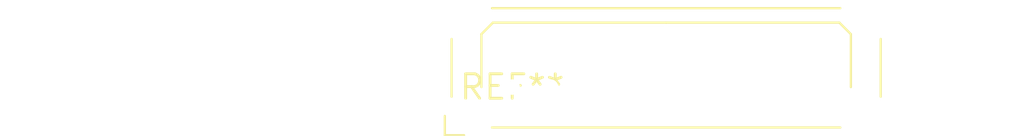
<source format=kicad_pcb>
(kicad_pcb (version 20240108) (generator pcbnew)
  (layers (0 "F.Cu" signal) (31 "B.Cu" signal) (34 "B.Paste" user) (35 "F.Paste" user) (36 "B.SilkS" user "B.Silkscreen") (37 "F.SilkS" user "F.Silkscreen") (38 "B.Mask" user) (39 "F.Mask" user) (44 "Edge.Cuts" user))
  (net 0 "")
  (footprint "Harwin_LTek-Male_2x09_P2.00mm_Vertical_StrainRelief" (layer "F.Cu") (at 0 0)
    (property "Reference" "REF**")
    (property "Value" "Harwin_LTek-Male_2x09_P2.00mm_Vertical_StrainRelief")
    (fp_line (start -3.5 1.5) (end -3.5 2.5) (layer "F.SilkS") (stroke (width 0.12)))
    (fp_line (start -3.5 2.5) (end -2.5 2.5) (layer "F.SilkS") (stroke (width 0.12)))
    (fp_line (start -3.15 -2.5) (end -3.15 0.5) (layer "F.SilkS") (stroke (width 0.12)))
    (fp_line (start -1.6 -2.75) (end -1 -3.35) (layer "F.SilkS") (stroke (width 0.12)))
    (fp_line (start -1.6 0) (end -1.6 -2.75) (layer "F.SilkS") (stroke (width 0.12)))
    (fp_line (start -1.05 -4.1) (end 17.05 -4.1) (layer "F.SilkS") (stroke (width 0.12)))
    (fp_line (start -1.05 2.1) (end 17.05 2.1) (layer "F.SilkS") (stroke (width 0.12)))
    (fp_line (start -1 -3.35) (end 8 -3.35) (layer "F.SilkS") (stroke (width 0.12)))
    (fp_line (start 17 -3.35) (end 8 -3.35) (layer "F.SilkS") (stroke (width 0.12)))
    (fp_line (start 17.6 -2.75) (end 17 -3.35) (layer "F.SilkS") (stroke (width 0.12)))
    (fp_line (start 17.6 0) (end 17.6 -2.75) (layer "F.SilkS") (stroke (width 0.12)))
    (fp_line (start 19.15 -2.5) (end 19.15 0.5) (layer "F.SilkS") (stroke (width 0.12)))
    (pad "" thru_hole circle (at -2.25 -3.375) (size 1.25 1.25) (drill 0.95) (layers *.Cu *.Mask) (remove_unused_layers))
    (pad "" thru_hole circle (at -2.25 1.375) (size 1.25 1.25) (drill 0.95) (layers *.Cu *.Mask) (remove_unused_layers))
    (pad "" thru_hole circle (at 18.25 -3.375) (size 1.25 1.25) (drill 0.95) (layers *.Cu *.Mask) (remove_unused_layers))
    (pad "" thru_hole circle (at 18.25 1.375) (size 1.25 1.25) (drill 0.95) (layers *.Cu *.Mask) (remove_unused_layers))
    (pad "1" thru_hole rect (at 0 0) (size 1.35 1.35) (drill 0.8) (layers *.Cu *.Mask) (remove_unused_layers))
    (pad "2" thru_hole circle (at 0 -2) (size 1.35 1.35) (drill 0.8) (layers *.Cu *.Mask) (remove_unused_layers))
    (pad "3" thru_hole circle (at 2 0) (size 1.35 1.35) (drill 0.8) (layers *.Cu *.Mask) (remove_unused_layers))
    (pad "4" thru_hole circle (at 2 -2) (size 1.35 1.35) (drill 0.8) (layers *.Cu *.Mask) (remove_unused_layers))
    (pad "5" thru_hole circle (at 4 0) (size 1.35 1.35) (drill 0.8) (layers *.Cu *.Mask) (remove_unused_layers))
    (pad "6" thru_hole circle (at 4 -2) (size 1.35 1.35) (drill 0.8) (layers *.Cu *.Mask) (remove_unused_layers))
    (pad "7" thru_hole circle (at 6 0) (size 1.35 1.35) (drill 0.8) (layers *.Cu *.Mask) (remove_unused_layers))
    (pad "8" thru_hole circle (at 6 -2) (size 1.35 1.35) (drill 0.8) (layers *.Cu *.Mask) (remove_unused_layers))
    (pad "9" thru_hole circle (at 8 0) (size 1.35 1.35) (drill 0.8) (layers *.Cu *.Mask) (remove_unused_layers))
    (pad "10" thru_hole circle (at 8 -2) (size 1.35 1.35) (drill 0.8) (layers *.Cu *.Mask) (remove_unused_layers))
    (pad "11" thru_hole circle (at 10 0) (size 1.35 1.35) (drill 0.8) (layers *.Cu *.Mask) (remove_unused_layers))
    (pad "12" thru_hole circle (at 10 -2) (size 1.35 1.35) (drill 0.8) (layers *.Cu *.Mask) (remove_unused_layers))
    (pad "13" thru_hole circle (at 12 0) (size 1.35 1.35) (drill 0.8) (layers *.Cu *.Mask) (remove_unused_layers))
    (pad "14" thru_hole circle (at 12 -2) (size 1.35 1.35) (drill 0.8) (layers *.Cu *.Mask) (remove_unused_layers))
    (pad "15" thru_hole circle (at 14 0) (size 1.35 1.35) (drill 0.8) (layers *.Cu *.Mask) (remove_unused_layers))
    (pad "16" thru_hole circle (at 14 -2) (size 1.35 1.35) (drill 0.8) (layers *.Cu *.Mask) (remove_unused_layers))
    (pad "17" thru_hole circle (at 16 0) (size 1.35 1.35) (drill 0.8) (layers *.Cu *.Mask) (remove_unused_layers))
    (pad "18" thru_hole circle (at 16 -2) (size 1.35 1.35) (drill 0.8) (layers *.Cu *.Mask) (remove_unused_layers))
  )
)
</source>
